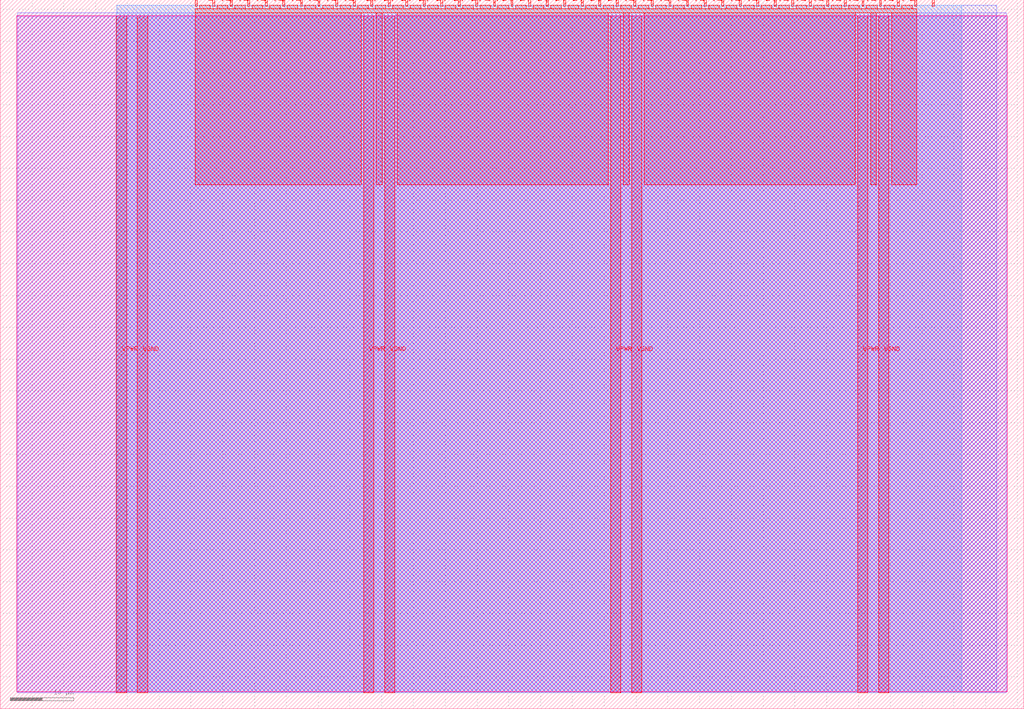
<source format=lef>
VERSION 5.7 ;
  NOWIREEXTENSIONATPIN ON ;
  DIVIDERCHAR "/" ;
  BUSBITCHARS "[]" ;
MACRO tt_um_evm
  CLASS BLOCK ;
  FOREIGN tt_um_evm ;
  ORIGIN 0.000 0.000 ;
  SIZE 161.000 BY 111.520 ;
  PIN VGND
    DIRECTION INOUT ;
    USE GROUND ;
    PORT
      LAYER met4 ;
        RECT 21.580 2.480 23.180 109.040 ;
    END
    PORT
      LAYER met4 ;
        RECT 60.450 2.480 62.050 109.040 ;
    END
    PORT
      LAYER met4 ;
        RECT 99.320 2.480 100.920 109.040 ;
    END
    PORT
      LAYER met4 ;
        RECT 138.190 2.480 139.790 109.040 ;
    END
  END VGND
  PIN VPWR
    DIRECTION INOUT ;
    USE POWER ;
    PORT
      LAYER met4 ;
        RECT 18.280 2.480 19.880 109.040 ;
    END
    PORT
      LAYER met4 ;
        RECT 57.150 2.480 58.750 109.040 ;
    END
    PORT
      LAYER met4 ;
        RECT 96.020 2.480 97.620 109.040 ;
    END
    PORT
      LAYER met4 ;
        RECT 134.890 2.480 136.490 109.040 ;
    END
  END VPWR
  PIN clk
    DIRECTION INPUT ;
    USE SIGNAL ;
    ANTENNAGATEAREA 0.852000 ;
    PORT
      LAYER met4 ;
        RECT 143.830 110.520 144.130 111.520 ;
    END
  END clk
  PIN ena
    DIRECTION INPUT ;
    USE SIGNAL ;
    PORT
      LAYER met4 ;
        RECT 146.590 110.520 146.890 111.520 ;
    END
  END ena
  PIN rst_n
    DIRECTION INPUT ;
    USE SIGNAL ;
    ANTENNAGATEAREA 0.196500 ;
    PORT
      LAYER met4 ;
        RECT 141.070 110.520 141.370 111.520 ;
    END
  END rst_n
  PIN ui_in[0]
    DIRECTION INPUT ;
    USE SIGNAL ;
    ANTENNAGATEAREA 0.196500 ;
    PORT
      LAYER met4 ;
        RECT 138.310 110.520 138.610 111.520 ;
    END
  END ui_in[0]
  PIN ui_in[1]
    DIRECTION INPUT ;
    USE SIGNAL ;
    ANTENNAGATEAREA 0.196500 ;
    PORT
      LAYER met4 ;
        RECT 135.550 110.520 135.850 111.520 ;
    END
  END ui_in[1]
  PIN ui_in[2]
    DIRECTION INPUT ;
    USE SIGNAL ;
    ANTENNAGATEAREA 0.196500 ;
    PORT
      LAYER met4 ;
        RECT 132.790 110.520 133.090 111.520 ;
    END
  END ui_in[2]
  PIN ui_in[3]
    DIRECTION INPUT ;
    USE SIGNAL ;
    ANTENNAGATEAREA 0.196500 ;
    PORT
      LAYER met4 ;
        RECT 130.030 110.520 130.330 111.520 ;
    END
  END ui_in[3]
  PIN ui_in[4]
    DIRECTION INPUT ;
    USE SIGNAL ;
    ANTENNAGATEAREA 0.196500 ;
    PORT
      LAYER met4 ;
        RECT 127.270 110.520 127.570 111.520 ;
    END
  END ui_in[4]
  PIN ui_in[5]
    DIRECTION INPUT ;
    USE SIGNAL ;
    ANTENNAGATEAREA 0.196500 ;
    PORT
      LAYER met4 ;
        RECT 124.510 110.520 124.810 111.520 ;
    END
  END ui_in[5]
  PIN ui_in[6]
    DIRECTION INPUT ;
    USE SIGNAL ;
    PORT
      LAYER met4 ;
        RECT 121.750 110.520 122.050 111.520 ;
    END
  END ui_in[6]
  PIN ui_in[7]
    DIRECTION INPUT ;
    USE SIGNAL ;
    ANTENNAGATEAREA 0.196500 ;
    PORT
      LAYER met4 ;
        RECT 118.990 110.520 119.290 111.520 ;
    END
  END ui_in[7]
  PIN uio_in[0]
    DIRECTION INPUT ;
    USE SIGNAL ;
    ANTENNAGATEAREA 0.196500 ;
    PORT
      LAYER met4 ;
        RECT 116.230 110.520 116.530 111.520 ;
    END
  END uio_in[0]
  PIN uio_in[1]
    DIRECTION INPUT ;
    USE SIGNAL ;
    ANTENNAGATEAREA 0.196500 ;
    PORT
      LAYER met4 ;
        RECT 113.470 110.520 113.770 111.520 ;
    END
  END uio_in[1]
  PIN uio_in[2]
    DIRECTION INPUT ;
    USE SIGNAL ;
    PORT
      LAYER met4 ;
        RECT 110.710 110.520 111.010 111.520 ;
    END
  END uio_in[2]
  PIN uio_in[3]
    DIRECTION INPUT ;
    USE SIGNAL ;
    PORT
      LAYER met4 ;
        RECT 107.950 110.520 108.250 111.520 ;
    END
  END uio_in[3]
  PIN uio_in[4]
    DIRECTION INPUT ;
    USE SIGNAL ;
    PORT
      LAYER met4 ;
        RECT 105.190 110.520 105.490 111.520 ;
    END
  END uio_in[4]
  PIN uio_in[5]
    DIRECTION INPUT ;
    USE SIGNAL ;
    PORT
      LAYER met4 ;
        RECT 102.430 110.520 102.730 111.520 ;
    END
  END uio_in[5]
  PIN uio_in[6]
    DIRECTION INPUT ;
    USE SIGNAL ;
    PORT
      LAYER met4 ;
        RECT 99.670 110.520 99.970 111.520 ;
    END
  END uio_in[6]
  PIN uio_in[7]
    DIRECTION INPUT ;
    USE SIGNAL ;
    PORT
      LAYER met4 ;
        RECT 96.910 110.520 97.210 111.520 ;
    END
  END uio_in[7]
  PIN uio_oe[0]
    DIRECTION OUTPUT ;
    USE SIGNAL ;
    PORT
      LAYER met4 ;
        RECT 49.990 110.520 50.290 111.520 ;
    END
  END uio_oe[0]
  PIN uio_oe[1]
    DIRECTION OUTPUT ;
    USE SIGNAL ;
    PORT
      LAYER met4 ;
        RECT 47.230 110.520 47.530 111.520 ;
    END
  END uio_oe[1]
  PIN uio_oe[2]
    DIRECTION OUTPUT ;
    USE SIGNAL ;
    PORT
      LAYER met4 ;
        RECT 44.470 110.520 44.770 111.520 ;
    END
  END uio_oe[2]
  PIN uio_oe[3]
    DIRECTION OUTPUT ;
    USE SIGNAL ;
    PORT
      LAYER met4 ;
        RECT 41.710 110.520 42.010 111.520 ;
    END
  END uio_oe[3]
  PIN uio_oe[4]
    DIRECTION OUTPUT ;
    USE SIGNAL ;
    PORT
      LAYER met4 ;
        RECT 38.950 110.520 39.250 111.520 ;
    END
  END uio_oe[4]
  PIN uio_oe[5]
    DIRECTION OUTPUT ;
    USE SIGNAL ;
    PORT
      LAYER met4 ;
        RECT 36.190 110.520 36.490 111.520 ;
    END
  END uio_oe[5]
  PIN uio_oe[6]
    DIRECTION OUTPUT ;
    USE SIGNAL ;
    PORT
      LAYER met4 ;
        RECT 33.430 110.520 33.730 111.520 ;
    END
  END uio_oe[6]
  PIN uio_oe[7]
    DIRECTION OUTPUT ;
    USE SIGNAL ;
    PORT
      LAYER met4 ;
        RECT 30.670 110.520 30.970 111.520 ;
    END
  END uio_oe[7]
  PIN uio_out[0]
    DIRECTION OUTPUT ;
    USE SIGNAL ;
    ANTENNADIFFAREA 0.891000 ;
    PORT
      LAYER met4 ;
        RECT 72.070 110.520 72.370 111.520 ;
    END
  END uio_out[0]
  PIN uio_out[1]
    DIRECTION OUTPUT ;
    USE SIGNAL ;
    ANTENNADIFFAREA 0.891000 ;
    PORT
      LAYER met4 ;
        RECT 69.310 110.520 69.610 111.520 ;
    END
  END uio_out[1]
  PIN uio_out[2]
    DIRECTION OUTPUT ;
    USE SIGNAL ;
    ANTENNADIFFAREA 0.891000 ;
    PORT
      LAYER met4 ;
        RECT 66.550 110.520 66.850 111.520 ;
    END
  END uio_out[2]
  PIN uio_out[3]
    DIRECTION OUTPUT ;
    USE SIGNAL ;
    ANTENNADIFFAREA 0.891000 ;
    PORT
      LAYER met4 ;
        RECT 63.790 110.520 64.090 111.520 ;
    END
  END uio_out[3]
  PIN uio_out[4]
    DIRECTION OUTPUT ;
    USE SIGNAL ;
    ANTENNADIFFAREA 0.891000 ;
    PORT
      LAYER met4 ;
        RECT 61.030 110.520 61.330 111.520 ;
    END
  END uio_out[4]
  PIN uio_out[5]
    DIRECTION OUTPUT ;
    USE SIGNAL ;
    ANTENNADIFFAREA 0.891000 ;
    PORT
      LAYER met4 ;
        RECT 58.270 110.520 58.570 111.520 ;
    END
  END uio_out[5]
  PIN uio_out[6]
    DIRECTION OUTPUT ;
    USE SIGNAL ;
    ANTENNADIFFAREA 0.911000 ;
    PORT
      LAYER met4 ;
        RECT 55.510 110.520 55.810 111.520 ;
    END
  END uio_out[6]
  PIN uio_out[7]
    DIRECTION OUTPUT ;
    USE SIGNAL ;
    PORT
      LAYER met4 ;
        RECT 52.750 110.520 53.050 111.520 ;
    END
  END uio_out[7]
  PIN uo_out[0]
    DIRECTION OUTPUT ;
    USE SIGNAL ;
    ANTENNADIFFAREA 0.911000 ;
    PORT
      LAYER met4 ;
        RECT 94.150 110.520 94.450 111.520 ;
    END
  END uo_out[0]
  PIN uo_out[1]
    DIRECTION OUTPUT ;
    USE SIGNAL ;
    ANTENNADIFFAREA 0.911000 ;
    PORT
      LAYER met4 ;
        RECT 91.390 110.520 91.690 111.520 ;
    END
  END uo_out[1]
  PIN uo_out[2]
    DIRECTION OUTPUT ;
    USE SIGNAL ;
    ANTENNADIFFAREA 0.445500 ;
    PORT
      LAYER met4 ;
        RECT 88.630 110.520 88.930 111.520 ;
    END
  END uo_out[2]
  PIN uo_out[3]
    DIRECTION OUTPUT ;
    USE SIGNAL ;
    ANTENNADIFFAREA 0.795200 ;
    PORT
      LAYER met4 ;
        RECT 85.870 110.520 86.170 111.520 ;
    END
  END uo_out[3]
  PIN uo_out[4]
    DIRECTION OUTPUT ;
    USE SIGNAL ;
    ANTENNADIFFAREA 0.445500 ;
    PORT
      LAYER met4 ;
        RECT 83.110 110.520 83.410 111.520 ;
    END
  END uo_out[4]
  PIN uo_out[5]
    DIRECTION OUTPUT ;
    USE SIGNAL ;
    PORT
      LAYER met4 ;
        RECT 80.350 110.520 80.650 111.520 ;
    END
  END uo_out[5]
  PIN uo_out[6]
    DIRECTION OUTPUT ;
    USE SIGNAL ;
    PORT
      LAYER met4 ;
        RECT 77.590 110.520 77.890 111.520 ;
    END
  END uo_out[6]
  PIN uo_out[7]
    DIRECTION OUTPUT ;
    USE SIGNAL ;
    PORT
      LAYER met4 ;
        RECT 74.830 110.520 75.130 111.520 ;
    END
  END uo_out[7]
  OBS
      LAYER nwell ;
        RECT 2.570 2.635 158.430 108.990 ;
      LAYER li1 ;
        RECT 2.760 2.635 158.240 108.885 ;
      LAYER met1 ;
        RECT 2.760 2.480 158.240 109.440 ;
      LAYER met2 ;
        RECT 18.310 2.535 156.760 110.685 ;
      LAYER met3 ;
        RECT 18.290 2.555 151.275 110.665 ;
      LAYER met4 ;
        RECT 31.370 110.120 33.030 110.665 ;
        RECT 34.130 110.120 35.790 110.665 ;
        RECT 36.890 110.120 38.550 110.665 ;
        RECT 39.650 110.120 41.310 110.665 ;
        RECT 42.410 110.120 44.070 110.665 ;
        RECT 45.170 110.120 46.830 110.665 ;
        RECT 47.930 110.120 49.590 110.665 ;
        RECT 50.690 110.120 52.350 110.665 ;
        RECT 53.450 110.120 55.110 110.665 ;
        RECT 56.210 110.120 57.870 110.665 ;
        RECT 58.970 110.120 60.630 110.665 ;
        RECT 61.730 110.120 63.390 110.665 ;
        RECT 64.490 110.120 66.150 110.665 ;
        RECT 67.250 110.120 68.910 110.665 ;
        RECT 70.010 110.120 71.670 110.665 ;
        RECT 72.770 110.120 74.430 110.665 ;
        RECT 75.530 110.120 77.190 110.665 ;
        RECT 78.290 110.120 79.950 110.665 ;
        RECT 81.050 110.120 82.710 110.665 ;
        RECT 83.810 110.120 85.470 110.665 ;
        RECT 86.570 110.120 88.230 110.665 ;
        RECT 89.330 110.120 90.990 110.665 ;
        RECT 92.090 110.120 93.750 110.665 ;
        RECT 94.850 110.120 96.510 110.665 ;
        RECT 97.610 110.120 99.270 110.665 ;
        RECT 100.370 110.120 102.030 110.665 ;
        RECT 103.130 110.120 104.790 110.665 ;
        RECT 105.890 110.120 107.550 110.665 ;
        RECT 108.650 110.120 110.310 110.665 ;
        RECT 111.410 110.120 113.070 110.665 ;
        RECT 114.170 110.120 115.830 110.665 ;
        RECT 116.930 110.120 118.590 110.665 ;
        RECT 119.690 110.120 121.350 110.665 ;
        RECT 122.450 110.120 124.110 110.665 ;
        RECT 125.210 110.120 126.870 110.665 ;
        RECT 127.970 110.120 129.630 110.665 ;
        RECT 130.730 110.120 132.390 110.665 ;
        RECT 133.490 110.120 135.150 110.665 ;
        RECT 136.250 110.120 137.910 110.665 ;
        RECT 139.010 110.120 140.670 110.665 ;
        RECT 141.770 110.120 143.430 110.665 ;
        RECT 30.655 109.440 144.145 110.120 ;
        RECT 30.655 82.455 56.750 109.440 ;
        RECT 59.150 82.455 60.050 109.440 ;
        RECT 62.450 82.455 95.620 109.440 ;
        RECT 98.020 82.455 98.920 109.440 ;
        RECT 101.320 82.455 134.490 109.440 ;
        RECT 136.890 82.455 137.790 109.440 ;
        RECT 140.190 82.455 144.145 109.440 ;
  END
END tt_um_evm
END LIBRARY


</source>
